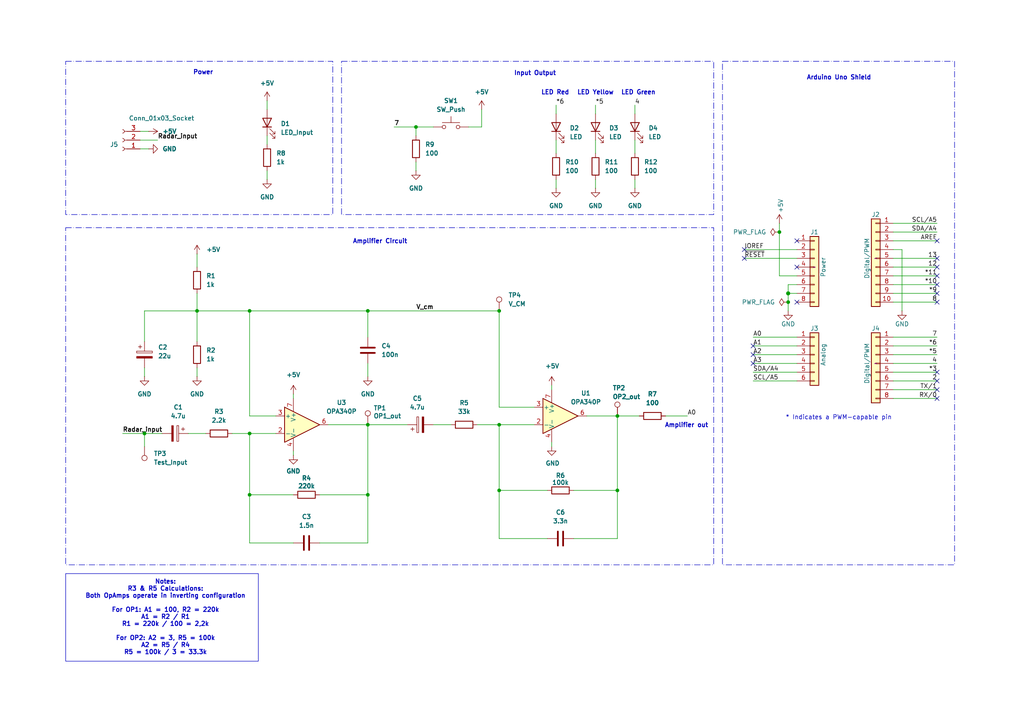
<source format=kicad_sch>
(kicad_sch (version 20250114) (generator "eeschema") (generator_version "9.0")
  (paper "A4")
  (title_block (title "Amplifier: 4th Order Bandpass") (date "2025-04-21") (rev "Rev 0.1") (company "University of Applied Science Darmstadt") (comment 1 "Author: Dheeraj"))
  (lib_symbols
    (symbol "Amplifier_Operational:OPA340P" (pin_names (offset 0.127))
      (property "Reference" "U" (at 0 6.35 0))
      (property "Value" "OPA340P" (at 0 3.81 0))
      (symbol "OPA340P_0_1"
        (polyline (pts (xy -5.08 5.08) (xy 5.08 0) (xy -5.08 -5.08) (xy -5.08 5.08)) (stroke (width 0.254)) (fill (type background)))
      )
      (symbol "OPA340P_1_1"
        (pin input line (at -7.62 2.54 0) (length 2.54) (name "+") (number "3"))
        (pin input line (at -7.62 -2.54 0) (length 2.54) (name "-") (number "2"))
        (pin no_connect line (at -5.08 -2.54 90) (length 2.54) (hide yes) (name "NC") (number "1"))
        (pin power_in line (at -2.54 7.62 270) (length 3.81) (name "V+") (number "7"))
        (pin no_connect line (at -2.54 -2.54 90) (length 2.54) (hide yes) (name "NC") (number "5"))
        (pin power_in line (at -2.54 -7.62 90) (length 3.81) (name "V-") (number "4"))
        (pin no_connect line (at 0 -2.54 90) (length 2.54) (hide yes) (name "NC") (number "8"))
        (pin output line (at 7.62 0 180) (length 2.54) (name "~") (number "6"))
      )
    )
    (symbol "Connector:Conn_01x03_Socket" (pin_names (offset 1.016) (hide yes))
      (property "Reference" "J" (at 0 5.08 0))
      (property "Value" "Conn_01x03_Socket" (at 0 -5.08 0))
      (symbol "Conn_01x03_Socket_1_1"
        (polyline (pts (xy -1.27 2.54) (xy -0.508 2.54)) (stroke (width 0.1524)))
        (polyline (pts (xy -1.27 0) (xy -0.508 0)) (stroke (width 0.1524)))
        (polyline (pts (xy -1.27 -2.54) (xy -0.508 -2.54)) (stroke (width 0.1524)))
        (arc (start 0 2.032) (mid -0.5058 2.54) (end 0 3.048) (stroke (width 0.1524)))
        (arc (start 0 -0.508) (mid -0.5058 0) (end 0 0.508) (stroke (width 0.1524)))
        (arc (start 0 -3.048) (mid -0.5058 -2.54) (end 0 -2.032) (stroke (width 0.1524)))
        (pin passive line (at -5.08 2.54 0) (length 3.81) (name "Pin_1") (number "1"))
        (pin passive line (at -5.08 0 0) (length 3.81) (name "Pin_2") (number "2"))
        (pin passive line (at -5.08 -2.54 0) (length 3.81) (name "Pin_3") (number "3"))
      )
    )
    (symbol "Connector:TestPoint" (pin_numbers (hide yes)) (pin_names (offset 0.762) (hide yes))
      (property "Reference" "TP" (at 0 6.858 0))
      (property "Value" "TestPoint" (at 0 5.08 0))
      (symbol "TestPoint_0_1"
        (circle (center 0 3.302) (radius 0.762))
      )
      (symbol "TestPoint_1_1"
        (pin passive line (at 0 0 90) (length 2.54) (name "1") (number "1"))
      )
    )
    (symbol "Connector_Generic:Conn_01x06" (pin_names (offset 1.016) (hide yes))
      (property "Reference" "J" (at 0 7.62 0))
      (property "Value" "Conn_01x06" (at 0 -10.16 0))
      (symbol "Conn_01x06_1_1"
        (rectangle (start -1.27 6.35) (end 1.27 -8.89) (stroke (width 0.254)) (fill (type background)))
        (rectangle (start -1.27 5.207) (end 0 4.953) (stroke (width 0.1524)))
        (rectangle (start -1.27 2.667) (end 0 2.413) (stroke (width 0.1524)))
        (rectangle (start -1.27 0.127) (end 0 -0.127) (stroke (width 0.1524)))
        (rectangle (start -1.27 -2.413) (end 0 -2.667) (stroke (width 0.1524)))
        (rectangle (start -1.27 -4.953) (end 0 -5.207) (stroke (width 0.1524)))
        (rectangle (start -1.27 -7.493) (end 0 -7.747) (stroke (width 0.1524)))
        (pin passive line (at -5.08 5.08 0) (length 3.81) (name "Pin_1") (number "1"))
        (pin passive line (at -5.08 2.54 0) (length 3.81) (name "Pin_2") (number "2"))
        (pin passive line (at -5.08 0 0) (length 3.81) (name "Pin_3") (number "3"))
        (pin passive line (at -5.08 -2.54 0) (length 3.81) (name "Pin_4") (number "4"))
        (pin passive line (at -5.08 -5.08 0) (length 3.81) (name "Pin_5") (number "5"))
        (pin passive line (at -5.08 -7.62 0) (length 3.81) (name "Pin_6") (number "6"))
      )
    )
    (symbol "Connector_Generic:Conn_01x08" (pin_names (offset 1.016) (hide yes))
      (property "Reference" "J" (at 0 10.16 0))
      (property "Value" "Conn_01x08" (at 0 -12.7 0))
      (symbol "Conn_01x08_1_1"
        (rectangle (start -1.27 8.89) (end 1.27 -11.43) (stroke (width 0.254)) (fill (type background)))
        (rectangle (start -1.27 7.747) (end 0 7.493) (stroke (width 0.1524)))
        (rectangle (start -1.27 5.207) (end 0 4.953) (stroke (width 0.1524)))
        (rectangle (start -1.27 2.667) (end 0 2.413) (stroke (width 0.1524)))
        (rectangle (start -1.27 0.127) (end 0 -0.127) (stroke (width 0.1524)))
        (rectangle (start -1.27 -2.413) (end 0 -2.667) (stroke (width 0.1524)))
        (rectangle (start -1.27 -4.953) (end 0 -5.207) (stroke (width 0.1524)))
        (rectangle (start -1.27 -7.493) (end 0 -7.747) (stroke (width 0.1524)))
        (rectangle (start -1.27 -10.033) (end 0 -10.287) (stroke (width 0.1524)))
        (pin passive line (at -5.08 7.62 0) (length 3.81) (name "Pin_1") (number "1"))
        (pin passive line (at -5.08 5.08 0) (length 3.81) (name "Pin_2") (number "2"))
        (pin passive line (at -5.08 2.54 0) (length 3.81) (name "Pin_3") (number "3"))
        (pin passive line (at -5.08 0 0) (length 3.81) (name "Pin_4") (number "4"))
        (pin passive line (at -5.08 -2.54 0) (length 3.81) (name "Pin_5") (number "5"))
        (pin passive line (at -5.08 -5.08 0) (length 3.81) (name "Pin_6") (number "6"))
        (pin passive line (at -5.08 -7.62 0) (length 3.81) (name "Pin_7") (number "7"))
        (pin passive line (at -5.08 -10.16 0) (length 3.81) (name "Pin_8") (number "8"))
      )
    )
    (symbol "Connector_Generic:Conn_01x10" (pin_names (offset 1.016) (hide yes))
      (property "Reference" "J" (at 0 12.7 0))
      (property "Value" "Conn_01x10" (at 0 -15.24 0))
      (symbol "Conn_01x10_1_1"
        (rectangle (start -1.27 11.43) (end 1.27 -13.97) (stroke (width 0.254)) (fill (type background)))
        (rectangle (start -1.27 10.287) (end 0 10.033) (stroke (width 0.1524)))
        (rectangle (start -1.27 7.747) (end 0 7.493) (stroke (width 0.1524)))
        (rectangle (start -1.27 5.207) (end 0 4.953) (stroke (width 0.1524)))
        (rectangle (start -1.27 2.667) (end 0 2.413) (stroke (width 0.1524)))
        (rectangle (start -1.27 0.127) (end 0 -0.127) (stroke (width 0.1524)))
        (rectangle (start -1.27 -2.413) (end 0 -2.667) (stroke (width 0.1524)))
        (rectangle (start -1.27 -4.953) (end 0 -5.207) (stroke (width 0.1524)))
        (rectangle (start -1.27 -7.493) (end 0 -7.747) (stroke (width 0.1524)))
        (rectangle (start -1.27 -10.033) (end 0 -10.287) (stroke (width 0.1524)))
        (rectangle (start -1.27 -12.573) (end 0 -12.827) (stroke (width 0.1524)))
        (pin passive line (at -5.08 10.16 0) (length 3.81) (name "Pin_1") (number "1"))
        (pin passive line (at -5.08 7.62 0) (length 3.81) (name "Pin_2") (number "2"))
        (pin passive line (at -5.08 5.08 0) (length 3.81) (name "Pin_3") (number "3"))
        (pin passive line (at -5.08 2.54 0) (length 3.81) (name "Pin_4") (number "4"))
        (pin passive line (at -5.08 0 0) (length 3.81) (name "Pin_5") (number "5"))
        (pin passive line (at -5.08 -2.54 0) (length 3.81) (name "Pin_6") (number "6"))
        (pin passive line (at -5.08 -5.08 0) (length 3.81) (name "Pin_7") (number "7"))
        (pin passive line (at -5.08 -7.62 0) (length 3.81) (name "Pin_8") (number "8"))
        (pin passive line (at -5.08 -10.16 0) (length 3.81) (name "Pin_9") (number "9"))
        (pin passive line (at -5.08 -12.7 0) (length 3.81) (name "Pin_10") (number "10"))
      )
    )
    (symbol "Device:C" (pin_numbers (hide yes)) (pin_names (offset 0.254))
      (property "Reference" "C" (at 0.635 2.54 0))
      (property "Value" "C" (at 0.635 -2.54 0))
      (symbol "C_0_1"
        (polyline (pts (xy -2.032 0.762) (xy 2.032 0.762)) (stroke (width 0.508)))
        (polyline (pts (xy -2.032 -0.762) (xy 2.032 -0.762)) (stroke (width 0.508)))
      )
      (symbol "C_1_1"
        (pin passive line (at 0 3.81 270) (length 2.794) (name "~") (number "1"))
        (pin passive line (at 0 -3.81 90) (length 2.794) (name "~") (number "2"))
      )
    )
    (symbol "Device:C_Polarized" (pin_numbers (hide yes)) (pin_names (offset 0.254))
      (property "Reference" "C" (at 0.635 2.54 0))
      (property "Value" "C_Polarized" (at 0.635 -2.54 0))
      (symbol "C_Polarized_0_1"
        (rectangle (start -2.286 0.508) (end 2.286 1.016))
        (polyline (pts (xy -1.778 2.286) (xy -0.762 2.286)))
        (polyline (pts (xy -1.27 2.794) (xy -1.27 1.778)))
        (rectangle (start 2.286 -0.508) (end -2.286 -1.016) (fill (type outline)))
      )
      (symbol "C_Polarized_1_1"
        (pin passive line (at 0 3.81 270) (length 2.794) (name "~") (number "1"))
        (pin passive line (at 0 -3.81 90) (length 2.794) (name "~") (number "2"))
      )
    )
    (symbol "Device:LED" (pin_numbers (hide yes)) (pin_names (offset 1.016) (hide yes))
      (property "Reference" "D" (at 0 2.54 0))
      (property "Value" "LED" (at 0 -2.54 0))
      (symbol "LED_0_1"
        (polyline (pts (xy -3.048 -0.762) (xy -4.572 -2.286) (xy -3.81 -2.286) (xy -4.572 -2.286) (xy -4.572 -1.524)))
        (polyline (pts (xy -1.778 -0.762) (xy -3.302 -2.286) (xy -2.54 -2.286) (xy -3.302 -2.286) (xy -3.302 -1.524)))
        (polyline (pts (xy -1.27 0) (xy 1.27 0)))
        (polyline (pts (xy -1.27 -1.27) (xy -1.27 1.27)) (stroke (width 0.254)))
        (polyline (pts (xy 1.27 -1.27) (xy 1.27 1.27) (xy -1.27 0) (xy 1.27 -1.27)) (stroke (width 0.254)))
      )
      (symbol "LED_1_1"
        (pin passive line (at -3.81 0 0) (length 2.54) (name "K") (number "1"))
        (pin passive line (at 3.81 0 180) (length 2.54) (name "A") (number "2"))
      )
    )
    (symbol "Device:R" (pin_numbers (hide yes)) (pin_names (offset 0))
      (property "Reference" "R" (at 2.032 0 90))
      (property "Value" "R" (at 0 0 90))
      (symbol "R_0_1"
        (rectangle (start -1.016 -2.54) (end 1.016 2.54) (stroke (width 0.254)))
      )
      (symbol "R_1_1"
        (pin passive line (at 0 3.81 270) (length 1.27) (name "~") (number "1"))
        (pin passive line (at 0 -3.81 90) (length 1.27) (name "~") (number "2"))
      )
    )
    (symbol "Switch:SW_Push" (pin_numbers (hide yes)) (pin_names (offset 1.016) (hide yes))
      (property "Reference" "SW" (at 1.27 2.54 0))
      (property "Value" "SW_Push" (at 0 -1.524 0))
      (symbol "SW_Push_0_1"
        (circle (center -2.032 0) (radius 0.508))
        (polyline (pts (xy 0 1.27) (xy 0 3.048)))
        (circle (center 2.032 0) (radius 0.508))
        (polyline (pts (xy 2.54 1.27) (xy -2.54 1.27)))
        (pin passive line (at -5.08 0 0) (length 2.54) (name "1") (number "1"))
        (pin passive line (at 5.08 0 180) (length 2.54) (name "2") (number "2"))
      )
    )
    (symbol "power:+5V" (power) (pin_numbers (hide yes)) (pin_names (offset 0) (hide yes))
      (property "Value" "+5V" (at 0 3.556 0))
      (symbol "+5V_0_1"
        (polyline (pts (xy -0.762 1.27) (xy 0 2.54)))
        (polyline (pts (xy 0 2.54) (xy 0.762 1.27)))
        (polyline (pts (xy 0 0) (xy 0 2.54)))
      )
      (symbol "+5V_1_1"
        (pin power_in line (at 0 0 90) (length 0) (name "~") (number "1"))
      )
    )
    (symbol "power:GND" (power) (pin_numbers (hide yes)) (pin_names (offset 0) (hide yes))
      (property "Value" "GND" (at 0 -3.81 0))
      (symbol "GND_0_1"
        (polyline (pts (xy 0 0) (xy 0 -1.27) (xy 1.27 -1.27) (xy 0 -2.54) (xy -1.27 -1.27) (xy 0 -1.27)))
      )
      (symbol "GND_1_1"
        (pin power_in line (at 0 0 270) (length 0) (name "~") (number "1"))
      )
    )
    (symbol "power:PWR_FLAG" (power) (pin_numbers (hide yes)) (pin_names (offset 0) (hide yes))
      (property "Value" "PWR_FLAG" (at 0 3.81 0))
      (symbol "PWR_FLAG_0_0"
        (pin power_out line (at 0 0 90) (length 0) (name "~") (number "1"))
      )
      (symbol "PWR_FLAG_0_1"
        (polyline (pts (xy 0 0) (xy 0 1.27) (xy -1.016 1.905) (xy 0 2.54) (xy 1.016 1.905) (xy 0 1.27)))
      )
    )
    (symbol "power:VDC" (power) (pin_numbers (hide yes)) (pin_names (offset 0) (hide yes))
      (property "Value" "VDC" (at 0 3.556 0))
      (symbol "VDC_0_1"
        (polyline (pts (xy -0.762 1.27) (xy 0 2.54)))
        (polyline (pts (xy 0 2.54) (xy 0.762 1.27)))
        (polyline (pts (xy 0 0) (xy 0 2.54)))
      )
      (symbol "VDC_1_1"
        (pin power_in line (at 0 0 90) (length 0) (name "~") (number "1"))
      )
    )
  )
  (rectangle (start 19.05 17.78) (end 96.52 62.23) (stroke (width 0) (type dash_dot)))
  (rectangle (start 19.05 66.04) (end 207.01 163.83) (stroke (width 0) (type dash_dot)))
  (rectangle (start 19.05 166.37) (end 74.93 191.77))
  (rectangle (start 99.06 17.78) (end 207.01 62.23) (stroke (width 0) (type dash_dot)))
  (rectangle (start 209.55 17.78) (end 276.86 163.83) (stroke (width 0) (type dash_dot)))
  (text "Amplifier Circuit" (at 110.236 70.104 0) (effects (font (size 1.27 1.27) (thickness 0.254) (bold yes))))
  (text "LED Green" (at 185.166 26.924 0) (effects (font (size 1.27 1.27) (thickness 0.254) (bold yes))))
  (text "Notes:\nR3 & R5 Calculations:\nBoth OpAmps operate in inverting configuration\n\nFor OP1: A1 = 100, R2 = 220k\nA1 = R2 / R1\nR1 = 220k / 100 = 2,2k\n\nFor OP2: A2 = 3, R5 = 100k\nA2 = R5 / R4\nR5 = 100k / 3 = 33.3k" (at 48.006 179.07 0) (effects (font (size 1.27 1.27) (thickness 0.254) (bold yes))))
  (text "LED Red" (at 161.036 26.924 0) (effects (font (size 1.27 1.27) (thickness 0.254) (bold yes))))
  (text "Power" (at 58.928 21.082 0) (effects (font (size 1.27 1.27) (thickness 0.254) (bold yes))))
  (text "Arduino Uno Shield" (at 243.332 22.606 0) (effects (font (size 1.27 1.27) (thickness 0.254) (bold yes))))
  (text "LED Yellow" (at 172.72 26.924 0) (effects (font (size 1.27 1.27) (thickness 0.254) (bold yes))))
  (text "* Indicates a PWM-capable pin" (at 227.838 121.92 0) (effects (font (size 1.27 1.27)) (justify left bottom)))
  (text "Input Output" (at 155.194 21.336 0) (effects (font (size 1.27 1.27) (thickness 0.254) (bold yes))))
  (text "Amplifier out" (at 199.136 123.444 0) (effects (font (size 1.27 1.27) (thickness 0.254) (bold yes))))
  (junction (at 144.78 90.17))
  (junction (at 120.65 36.83))
  (junction (at 228.6 85.09) (diameter 1.016))
  (junction (at 72.39 143.51))
  (junction (at 106.68 123.19))
  (junction (at 179.07 142.24))
  (junction (at 144.78 142.24))
  (junction (at 106.68 143.51))
  (junction (at 57.15 90.17))
  (junction (at 228.6 87.63))
  (junction (at 41.91 125.73))
  (junction (at 226.06 67.31))
  (junction (at 72.39 125.73))
  (junction (at 144.78 123.19))
  (junction (at 72.39 90.17))
  (junction (at 106.68 90.17))
  (junction (at 179.07 120.65))
  (no_connect (at 215.9 74.93))
  (no_connect (at 271.78 115.57))
  (no_connect (at 218.44 102.87))
  (no_connect (at 271.78 74.93))
  (no_connect (at 271.78 87.63))
  (no_connect (at 271.78 113.03))
  (no_connect (at 271.78 85.09))
  (no_connect (at 215.9 72.39))
  (no_connect (at 271.78 80.01))
  (no_connect (at 218.44 105.41))
  (no_connect (at 271.78 107.95))
  (no_connect (at 231.14 77.47))
  (no_connect (at 218.44 100.33))
  (no_connect (at 271.78 82.55))
  (no_connect (at 271.78 69.85))
  (no_connect (at 231.14 69.85))
  (no_connect (at 271.78 110.49))
  (no_connect (at 271.78 77.47))
  (no_connect (at 231.14 87.63))
  (wire (pts (xy 259.08 115.57) (xy 271.78 115.57)))
  (wire (pts (xy 154.94 118.11) (xy 144.78 118.11)))
  (wire (pts (xy 172.72 30.48) (xy 172.72 33.02)))
  (wire (pts (xy 40.64 40.64) (xy 45.72 40.64)))
  (wire (pts (xy 179.07 120.65) (xy 185.42 120.65)))
  (wire (pts (xy 172.72 52.07) (xy 172.72 54.61)))
  (wire (pts (xy 161.29 52.07) (xy 161.29 54.61)))
  (wire (pts (xy 120.65 36.83) (xy 125.73 36.83)))
  (wire (pts (xy 259.08 82.55) (xy 271.78 82.55)))
  (wire (pts (xy 259.08 64.77) (xy 271.78 64.77)))
  (wire (pts (xy 35.56 125.73) (xy 41.91 125.73)))
  (wire (pts (xy 106.68 123.19) (xy 106.68 143.51)))
  (wire (pts (xy 184.15 40.64) (xy 184.15 44.45)))
  (wire (pts (xy 166.37 156.21) (xy 179.07 156.21)))
  (wire (pts (xy 228.6 82.55) (xy 228.6 85.09)))
  (wire (pts (xy 80.01 120.65) (xy 72.39 120.65)))
  (wire (pts (xy 57.15 90.17) (xy 72.39 90.17)))
  (wire (pts (xy 218.44 110.49) (xy 231.14 110.49)))
  (wire (pts (xy 114.3 36.83) (xy 120.65 36.83)))
  (wire (pts (xy 144.78 118.11) (xy 144.78 90.17)))
  (wire (pts (xy 172.72 40.64) (xy 172.72 44.45)))
  (wire (pts (xy 106.68 105.41) (xy 106.68 109.22)))
  (wire (pts (xy 170.18 120.65) (xy 179.07 120.65)))
  (wire (pts (xy 57.15 106.68) (xy 57.15 109.22)))
  (wire (pts (xy 228.6 85.09) (xy 228.6 87.63)))
  (wire (pts (xy 161.29 40.64) (xy 161.29 44.45)))
  (wire (pts (xy 161.29 30.48) (xy 161.29 33.02)))
  (wire (pts (xy 226.06 80.01) (xy 231.14 80.01)))
  (wire (pts (xy 120.65 39.37) (xy 120.65 36.83)))
  (wire (pts (xy 144.78 142.24) (xy 144.78 156.21)))
  (wire (pts (xy 259.08 74.93) (xy 271.78 74.93)))
  (wire (pts (xy 85.09 130.81) (xy 85.09 132.08)))
  (wire (pts (xy 72.39 143.51) (xy 85.09 143.51)))
  (wire (pts (xy 259.08 97.79) (xy 271.78 97.79)))
  (wire (pts (xy 41.91 125.73) (xy 41.91 129.54)))
  (wire (pts (xy 231.14 97.79) (xy 218.44 97.79)))
  (wire (pts (xy 72.39 125.73) (xy 80.01 125.73)))
  (wire (pts (xy 193.04 120.65) (xy 199.39 120.65)))
  (wire (pts (xy 259.08 77.47) (xy 271.78 77.47)))
  (wire (pts (xy 92.71 157.48) (xy 106.68 157.48)))
  (wire (pts (xy 259.08 100.33) (xy 271.78 100.33)))
  (wire (pts (xy 226.06 64.77) (xy 226.06 67.31)))
  (wire (pts (xy 92.71 143.51) (xy 106.68 143.51)))
  (wire (pts (xy 85.09 114.3) (xy 85.09 115.57)))
  (wire (pts (xy 106.68 90.17) (xy 144.78 90.17)))
  (wire (pts (xy 120.65 46.99) (xy 120.65 49.53)))
  (wire (pts (xy 259.08 85.09) (xy 271.78 85.09)))
  (wire (pts (xy 144.78 123.19) (xy 154.94 123.19)))
  (wire (pts (xy 259.08 105.41) (xy 271.78 105.41)))
  (wire (pts (xy 215.9 72.39) (xy 231.14 72.39)))
  (wire (pts (xy 40.64 38.1) (xy 43.18 38.1)))
  (wire (pts (xy 261.62 72.39) (xy 261.62 90.17)))
  (wire (pts (xy 144.78 123.19) (xy 144.78 142.24)))
  (wire (pts (xy 85.09 157.48) (xy 72.39 157.48)))
  (wire (pts (xy 144.78 142.24) (xy 158.75 142.24)))
  (wire (pts (xy 57.15 85.09) (xy 57.15 90.17)))
  (wire (pts (xy 259.08 69.85) (xy 271.78 69.85)))
  (wire (pts (xy 54.61 125.73) (xy 59.69 125.73)))
  (wire (pts (xy 72.39 143.51) (xy 72.39 157.48)))
  (wire (pts (xy 231.14 102.87) (xy 218.44 102.87)))
  (wire (pts (xy 215.9 74.93) (xy 231.14 74.93)))
  (wire (pts (xy 179.07 120.65) (xy 179.07 142.24)))
  (wire (pts (xy 72.39 90.17) (xy 72.39 120.65)))
  (wire (pts (xy 231.14 85.09) (xy 228.6 85.09)))
  (wire (pts (xy 67.31 125.73) (xy 72.39 125.73)))
  (wire (pts (xy 184.15 52.07) (xy 184.15 54.61)))
  (wire (pts (xy 40.64 43.18) (xy 43.18 43.18)))
  (wire (pts (xy 160.02 111.76) (xy 160.02 113.03)))
  (wire (pts (xy 218.44 100.33) (xy 231.14 100.33)))
  (wire (pts (xy 77.47 29.21) (xy 77.47 31.75)))
  (wire (pts (xy 158.75 156.21) (xy 144.78 156.21)))
  (wire (pts (xy 138.43 123.19) (xy 144.78 123.19)))
  (wire (pts (xy 259.08 72.39) (xy 261.62 72.39)))
  (wire (pts (xy 139.7 36.83) (xy 139.7 31.75)))
  (wire (pts (xy 231.14 82.55) (xy 228.6 82.55)))
  (wire (pts (xy 106.68 143.51) (xy 106.68 157.48)))
  (wire (pts (xy 135.89 36.83) (xy 139.7 36.83)))
  (wire (pts (xy 41.91 99.06) (xy 41.91 90.17)))
  (wire (pts (xy 179.07 142.24) (xy 179.07 156.21)))
  (wire (pts (xy 77.47 49.53) (xy 77.47 52.07)))
  (wire (pts (xy 259.08 80.01) (xy 271.78 80.01)))
  (wire (pts (xy 228.6 87.63) (xy 228.6 90.17)))
  (wire (pts (xy 95.25 123.19) (xy 106.68 123.19)))
  (wire (pts (xy 259.08 102.87) (xy 271.78 102.87)))
  (wire (pts (xy 218.44 105.41) (xy 231.14 105.41)))
  (wire (pts (xy 125.73 123.19) (xy 130.81 123.19)))
  (wire (pts (xy 226.06 67.31) (xy 226.06 80.01)))
  (wire (pts (xy 41.91 125.73) (xy 46.99 125.73)))
  (wire (pts (xy 57.15 90.17) (xy 57.15 99.06)))
  (wire (pts (xy 160.02 128.27) (xy 160.02 129.54)))
  (wire (pts (xy 77.47 39.37) (xy 77.47 41.91)))
  (wire (pts (xy 41.91 90.17) (xy 57.15 90.17)))
  (wire (pts (xy 57.15 73.66) (xy 57.15 77.47)))
  (wire (pts (xy 166.37 142.24) (xy 179.07 142.24)))
  (wire (pts (xy 259.08 67.31) (xy 271.78 67.31)))
  (wire (pts (xy 72.39 90.17) (xy 106.68 90.17)))
  (wire (pts (xy 259.08 110.49) (xy 271.78 110.49)))
  (wire (pts (xy 259.08 107.95) (xy 271.78 107.95)))
  (wire (pts (xy 184.15 30.48) (xy 184.15 33.02)))
  (wire (pts (xy 72.39 125.73) (xy 72.39 143.51)))
  (wire (pts (xy 259.08 113.03) (xy 271.78 113.03)))
  (wire (pts (xy 106.68 90.17) (xy 106.68 97.79)))
  (wire (pts (xy 231.14 107.95) (xy 218.44 107.95)))
  (wire (pts (xy 106.68 123.19) (xy 118.11 123.19)))
  (wire (pts (xy 259.08 87.63) (xy 271.78 87.63)))
  (wire (pts (xy 41.91 106.68) (xy 41.91 109.22)))
  (label "RX{slash}0" (at 271.78 115.57 180))
  (label "A2" (at 218.44 102.87 0))
  (label "7" (at 114.3 36.83 0) (effects (font (thickness 0.254) (bold yes))))
  (label "4" (at 271.78 105.41 180))
  (label "Radar_input" (at 45.72 40.64 0) (effects (font (thickness 0.254) (bold yes))))
  (label "2" (at 271.78 110.49 180))
  (label "A3" (at 218.44 105.41 0))
  (label "4" (at 184.15 30.48 0))
  (label "13" (at 271.78 74.93 180))
  (label "12" (at 271.78 77.47 180))
  (label "~{RESET}" (at 215.9 74.93 0))
  (label "V_cm" (at 120.65 90.17 0) (effects (font (thickness 0.254) (bold yes))))
  (label "*10" (at 271.78 82.55 180))
  (label "*6" (at 161.29 30.48 0))
  (label "7" (at 271.78 97.79 180))
  (label "SDA{slash}A4" (at 271.78 67.31 180))
  (label "8" (at 271.78 87.63 180))
  (label "*11" (at 271.78 80.01 180))
  (label "*3" (at 271.78 107.95 180))
  (label "A1" (at 218.44 100.33 0))
  (label "TX{slash}1" (at 271.78 113.03 180))
  (label "A0" (at 218.44 97.79 0))
  (label "AREF" (at 271.78 69.85 180))
  (label "Radar_input" (at 35.56 125.73 0) (effects (font (thickness 0.254) (bold yes))))
  (label "A0" (at 199.39 120.65 0))
  (label "*6" (at 271.78 100.33 180))
  (label "SCL{slash}A5" (at 271.78 64.77 180))
  (label "*9" (at 271.78 85.09 180))
  (label "*5" (at 271.78 102.87 180))
  (label "IOREF" (at 215.9 72.39 0))
  (label "SDA{slash}A4" (at 218.44 107.95 0))
  (label "SCL{slash}A5" (at 218.44 110.49 0))
  (label "*5" (at 172.72 30.48 0))
  (symbol (lib_id "Connector_Generic:Conn_01x08") (at 236.22 77.47 0) (unit 1)
    (property "Reference" "J1" (at 236.22 67.31 0))
    (property "Value" "Power" (at 238.76 77.47 90))
    (property "Footprint" "Connector_PinSocket_2.54mm:PinSocket_1x08_P2.54mm_Vertical" (effects (hide yes)))
    (property "Datasheet" "~" (at 236.22 77.47 0))
    (property "Description" "Generic connector, single row, 01x08, script generated (kicad-library-utils/schlib/autogen/connector/)" (effects (hide yes)))
  )
  (symbol (lib_id "power:+5V") (at 226.06 64.77 0) (unit 1)
    (property "Reference" "#PWR02" (effects (hide yes)))
    (property "Value" "+5V" (at 226.4156 61.722 90) (effects (justify left)))
    (property "Description" "Power symbol creates a global label with name \"+5V\"" (effects (hide yes)))
  )
  (symbol (lib_id "power:GND") (at 228.6 90.17 0) (unit 1)
    (property "Reference" "#PWR04" (effects (hide yes)))
    (property "Value" "GND" (at 228.6 93.98 0))
    (property "Description" "Power symbol creates a global label with name \"GND\" , ground" (effects (hide yes)))
  )
  (symbol (lib_id "Connector_Generic:Conn_01x10") (at 254 74.93 0) (mirror y) (unit 1)
    (property "Reference" "J2" (at 254 62.23 0))
    (property "Value" "Digital/PWM" (at 251.46 74.93 90))
    (property "Footprint" "Connector_PinSocket_2.54mm:PinSocket_1x10_P2.54mm_Vertical" (effects (hide yes)))
    (property "Datasheet" "~" (at 254 74.93 0))
    (property "Description" "Generic connector, single row, 01x10, script generated (kicad-library-utils/schlib/autogen/connector/)" (effects (hide yes)))
  )
  (symbol (lib_id "power:GND") (at 261.62 90.17 0) (unit 1)
    (property "Reference" "#PWR05" (effects (hide yes)))
    (property "Value" "GND" (at 261.62 93.98 0))
    (property "Description" "Power symbol creates a global label with name \"GND\" , ground" (effects (hide yes)))
  )
  (symbol (lib_id "Connector_Generic:Conn_01x06") (at 236.22 102.87 0) (unit 1)
    (property "Reference" "J3" (at 236.22 95.25 0))
    (property "Value" "Analog" (at 238.76 102.87 90))
    (property "Footprint" "Connector_PinSocket_2.54mm:PinSocket_1x06_P2.54mm_Vertical" (effects (hide yes)))
    (property "Description" "Generic connector, single row, 01x06, script generated (kicad-library-utils/schlib/autogen/connector/)" (effects (hide yes)))
  )
  (symbol (lib_id "Connector_Generic:Conn_01x08") (at 254 105.41 0) (mirror y) (unit 1)
    (property "Reference" "J4" (at 254 95.25 0))
    (property "Value" "Digital/PWM" (at 251.46 105.41 90))
    (property "Footprint" "Connector_PinSocket_2.54mm:PinSocket_1x08_P2.54mm_Vertical" (effects (hide yes)))
    (property "Datasheet" "~" (at 254 105.41 0))
    (property "Description" "Generic connector, single row, 01x08, script generated (kicad-library-utils/schlib/autogen/connector/)" (effects (hide yes)))
  )
  (symbol (lib_id "Device:R") (at 57.15 102.87 0) (unit 1)
    (property "Reference" "R2" (at 59.69 101.5999 0) (effects (font (thickness 0.254) (bold yes)) (justify left)))
    (property "Value" "1k" (at 59.69 104.1399 0) (effects (font (thickness 0.254) (bold yes)) (justify left)))
    (property "Footprint" "Resistor_THT:R_Axial_DIN0207_L6.3mm_D2.5mm_P10.16mm_Horizontal" (effects (hide yes)))
    (property "Description" "Resistor" (effects (hide yes)))
  )
  (symbol (lib_id "Device:R") (at 88.9 143.51 90) (unit 1)
    (property "Reference" "R4" (at 88.9 138.684 90) (effects (font (thickness 0.254) (bold yes))))
    (property "Value" "220k" (at 88.9 140.97 90) (effects (font (thickness 0.254) (bold yes))))
    (property "Footprint" "Resistor_THT:R_Axial_DIN0207_L6.3mm_D2.5mm_P10.16mm_Horizontal" (effects (hide yes)))
    (property "Description" "Resistor" (effects (hide yes)))
  )
  (symbol (lib_id "Device:R") (at 172.72 48.26 0) (unit 1)
    (property "Reference" "R11" (at 175.26 46.9899 0) (effects (font (thickness 0.254) (bold yes)) (justify left)))
    (property "Value" "100" (at 175.26 49.5299 0) (effects (font (thickness 0.254) (bold yes)) (justify left)))
    (property "Footprint" "Resistor_THT:R_Axial_DIN0207_L6.3mm_D2.5mm_P10.16mm_Horizontal" (effects (hide yes)))
    (property "Description" "Resistor" (effects (hide yes)))
  )
  (symbol (lib_id "Device:C") (at 106.68 101.6 0) (unit 1)
    (property "Reference" "C4" (at 110.49 100.3299 0) (effects (font (thickness 0.254) (bold yes)) (justify left)))
    (property "Value" "100n" (at 110.49 102.8699 0) (effects (font (thickness 0.254) (bold yes)) (justify left)))
    (property "Footprint" "Capacitor_THT:C_Rect_L7.2mm_W2.5mm_P5.00mm_FKS2_FKP2_MKS2_MKP2" (effects (hide yes)))
    (property "Description" "Unpolarized capacitor" (effects (hide yes)))
  )
  (symbol (lib_id "power:GND") (at 172.72 54.61 0) (unit 1)
    (property "Reference" "#PWR019" (effects (hide yes)))
    (property "Value" "GND" (at 172.72 59.69 0) (effects (font (thickness 0.254) (bold yes))))
    (property "Description" "Power symbol creates a global label with name \"GND\" , ground" (effects (hide yes)))
  )
  (symbol (lib_id "power:VDC") (at 85.09 114.3 0) (unit 1)
    (property "Reference" "#PWR013" (effects (hide yes)))
    (property "Value" "+5V" (at 85.09 108.712 0) (effects (font (thickness 0.254) (bold yes))))
    (property "Description" "Power symbol creates a global label with name \"VDC\"" (effects (hide yes)))
  )
  (symbol (lib_id "Device:LED") (at 161.29 36.83 90) (unit 1)
    (property "Reference" "D2" (at 165.1 37.1474 90) (effects (font (thickness 0.254) (bold yes)) (justify right)))
    (property "Value" "LED" (at 165.1 39.6874 90) (effects (font (thickness 0.254) (bold yes)) (justify right)))
    (property "Footprint" "LED_THT:LED_D5.0mm" (effects (hide yes)))
    (property "Description" "Light emitting diode" (effects (hide yes)))
    (property "Sim.Pins" "1=K 2=A" (effects (hide yes)))
  )
  (symbol (lib_id "Amplifier_Operational:OPA340P") (at 87.63 123.19 0) (unit 1)
    (property "Reference" "U3" (at 99.06 116.7698 0) (effects (font (thickness 0.254) (bold yes))))
    (property "Value" "OPA340P" (at 99.06 119.3098 0) (effects (font (thickness 0.254) (bold yes))))
    (property "Footprint" "Package_DIP:DIP-8_W7.62mm" (effects (hide yes)))
    (property "Datasheet" "http://www.ti.com/lit/ds/symlink/opa340.pdf" (effects (hide yes)))
    (property "Description" "Single Single-Supply, Rail-to-Rail Operational Amplifier, MicroAmplifier Series, DIP-8" (effects (hide yes)))
  )
  (symbol (lib_id "Connector:TestPoint") (at 179.07 120.65 0) (unit 1)
    (property "Reference" "TP2" (at 177.546 112.522 0) (effects (font (thickness 0.254) (bold yes)) (justify left)))
    (property "Value" "OP2_out" (at 177.546 115.062 0) (effects (font (thickness 0.254) (bold yes)) (justify left)))
    (property "Footprint" "Connector_PinHeader_2.54mm:PinHeader_1x01_P2.54mm_Vertical" (effects (hide yes)))
    (property "Description" "test point" (effects (hide yes)))
  )
  (symbol (lib_id "Connector:TestPoint") (at 106.68 123.19 0) (unit 1)
    (property "Reference" "TP1" (at 108.204 118.364 0) (effects (font (thickness 0.254) (bold yes)) (justify left)))
    (property "Value" "OP1_out" (at 108.204 120.65 0) (effects (font (thickness 0.254) (bold yes)) (justify left)))
    (property "Footprint" "Connector_PinHeader_2.54mm:PinHeader_1x01_P2.54mm_Vertical" (effects (hide yes)))
    (property "Description" "test point" (effects (hide yes)))
  )
  (symbol (lib_id "Device:C_Polarized") (at 50.8 125.73 270) (unit 1)
    (property "Reference" "C1" (at 51.689 118.11 90) (effects (font (thickness 0.254) (bold yes))))
    (property "Value" "4.7u" (at 51.689 120.65 90) (effects (font (thickness 0.254) (bold yes))))
    (property "Footprint" "Capacitor_THT:CP_Radial_D6.3mm_P2.50mm" (effects (hide yes)))
    (property "Description" "Polarized capacitor" (effects (hide yes)))
  )
  (symbol (lib_id "Device:C_Polarized") (at 41.91 102.87 0) (unit 1)
    (property "Reference" "C2" (at 45.72 100.7109 0) (effects (font (thickness 0.254) (bold yes)) (justify left)))
    (property "Value" "22u" (at 45.72 103.2509 0) (effects (font (thickness 0.254) (bold yes)) (justify left)))
    (property "Footprint" "Capacitor_THT:CP_Radial_D5.0mm_P2.00mm" (effects (hide yes)))
    (property "Description" "Polarized capacitor" (effects (hide yes)))
  )
  (symbol (lib_id "Switch:SW_Push") (at 130.81 36.83 0) (unit 1)
    (property "Reference" "SW1" (at 130.81 29.21 0) (effects (font (thickness 0.254) (bold yes))))
    (property "Value" "SW_Push" (at 130.81 31.75 0) (effects (font (thickness 0.254) (bold yes))))
    (property "Footprint" "Button_Switch_THT:SW_PUSH_6mm" (effects (hide yes)))
    (property "Description" "Push button switch, generic, two pins" (effects (hide yes)))
  )
  (symbol (lib_id "Device:R") (at 161.29 48.26 0) (unit 1)
    (property "Reference" "R10" (at 163.83 46.9899 0) (effects (font (thickness 0.254) (bold yes)) (justify left)))
    (property "Value" "100" (at 163.83 49.5299 0) (effects (font (thickness 0.254) (bold yes)) (justify left)))
    (property "Footprint" "Resistor_THT:R_Axial_DIN0207_L6.3mm_D2.5mm_P10.16mm_Horizontal" (effects (hide yes)))
    (property "Description" "Resistor" (effects (hide yes)))
  )
  (symbol (lib_id "Device:R") (at 184.15 48.26 0) (unit 1)
    (property "Reference" "R12" (at 186.69 46.9899 0) (effects (font (thickness 0.254) (bold yes)) (justify left)))
    (property "Value" "100" (at 186.69 49.5299 0) (effects (font (thickness 0.254) (bold yes)) (justify left)))
    (property "Footprint" "Resistor_THT:R_Axial_DIN0207_L6.3mm_D2.5mm_P10.16mm_Horizontal" (effects (hide yes)))
    (property "Description" "Resistor" (effects (hide yes)))
  )
  (symbol (lib_id "power:GND") (at 41.91 109.22 0) (unit 1)
    (property "Reference" "#PWR06" (effects (hide yes)))
    (property "Value" "GND" (at 41.91 114.3 0) (effects (font (thickness 0.254) (bold yes))))
    (property "Description" "Power symbol creates a global label with name \"GND\" , ground" (effects (hide yes)))
  )
  (symbol (lib_id "Connector:TestPoint") (at 144.78 90.17 0) (unit 1)
    (property "Reference" "TP4" (at 147.32 85.5979 0) (effects (font (thickness 0.254) (bold yes)) (justify left)))
    (property "Value" "V_CM" (at 147.32 88.1379 0) (effects (font (thickness 0.254) (bold yes)) (justify left)))
    (property "Footprint" "Connector_PinHeader_2.54mm:PinHeader_1x01_P2.54mm_Vertical" (effects (hide yes)))
    (property "Description" "test point" (effects (hide yes)))
  )
  (symbol (lib_id "Device:LED") (at 172.72 36.83 90) (unit 1)
    (property "Reference" "D3" (at 176.53 37.1474 90) (effects (font (thickness 0.254) (bold yes)) (justify right)))
    (property "Value" "LED" (at 176.53 39.6874 90) (effects (font (thickness 0.254) (bold yes)) (justify right)))
    (property "Footprint" "LED_THT:LED_D5.0mm" (effects (hide yes)))
    (property "Description" "Light emitting diode" (effects (hide yes)))
    (property "Sim.Pins" "1=K 2=A" (effects (hide yes)))
  )
  (symbol (lib_id "Device:R") (at 120.65 43.18 0) (unit 1)
    (property "Reference" "R9" (at 123.19 41.9099 0) (effects (font (thickness 0.254) (bold yes)) (justify left)))
    (property "Value" "100" (at 123.19 44.4499 0) (effects (font (thickness 0.254) (bold yes)) (justify left)))
    (property "Footprint" "Resistor_THT:R_Axial_DIN0207_L6.3mm_D2.5mm_P10.16mm_Horizontal" (effects (hide yes)))
    (property "Description" "Resistor" (effects (hide yes)))
  )
  (symbol (lib_id "power:GND") (at 161.29 54.61 0) (unit 1)
    (property "Reference" "#PWR018" (effects (hide yes)))
    (property "Value" "GND" (at 161.29 59.69 0) (effects (font (thickness 0.254) (bold yes))))
    (property "Description" "Power symbol creates a global label with name \"GND\" , ground" (effects (hide yes)))
  )
  (symbol (lib_id "Device:R") (at 57.15 81.28 0) (unit 1)
    (property "Reference" "R1" (at 59.69 80.0099 0) (effects (font (thickness 0.254) (bold yes)) (justify left)))
    (property "Value" "1k" (at 59.69 82.5499 0) (effects (font (thickness 0.254) (bold yes)) (justify left)))
    (property "Footprint" "Resistor_THT:R_Axial_DIN0207_L6.3mm_D2.5mm_P10.16mm_Horizontal" (effects (hide yes)))
    (property "Description" "Resistor" (effects (hide yes)))
  )
  (symbol (lib_id "Connector:Conn_01x03_Socket") (at 35.56 40.64 180) (unit 1)
    (property "Reference" "J5" (at 34.29 41.9101 0) (effects (justify left)))
    (property "Value" "Conn_01x03_Socket" (at 56.388 34.29 0) (effects (justify left)))
    (property "Footprint" "Connector_PinSocket_2.54mm:PinSocket_1x03_P2.54mm_Horizontal" (effects (hide yes)))
    (property "Description" "Generic connector, single row, 01x03, script generated" (effects (hide yes)))
  )
  (symbol (lib_id "Device:R") (at 77.47 45.72 0) (unit 1)
    (property "Reference" "R8" (at 80.01 44.4499 0) (effects (font (thickness 0.254) (bold yes)) (justify left)))
    (property "Value" "1k" (at 80.01 46.9899 0) (effects (font (thickness 0.254) (bold yes)) (justify left)))
    (property "Footprint" "Resistor_THT:R_Axial_DIN0207_L6.3mm_D2.5mm_P10.16mm_Horizontal" (effects (hide yes)))
    (property "Description" "Resistor" (effects (hide yes)))
  )
  (symbol (lib_id "Device:C") (at 88.9 157.48 90) (unit 1)
    (property "Reference" "C3" (at 88.9 149.86 90) (effects (font (thickness 0.254) (bold yes))))
    (property "Value" "1.5n" (at 88.9 152.4 90) (effects (font (thickness 0.254) (bold yes))))
    (property "Footprint" "Capacitor_THT:C_Rect_L7.2mm_W7.2mm_P5.00mm_FKS2_FKP2_MKS2_MKP2" (effects (hide yes)))
    (property "Description" "Unpolarized capacitor" (effects (hide yes)))
  )
  (symbol (lib_id "power:GND") (at 106.68 109.22 0) (unit 1)
    (property "Reference" "#PWR015" (effects (hide yes)))
    (property "Value" "GND" (at 106.68 114.3 0) (effects (font (thickness 0.254) (bold yes))))
    (property "Description" "Power symbol creates a global label with name \"GND\" , ground" (effects (hide yes)))
  )
  (symbol (lib_id "power:GND") (at 43.18 43.18 90) (unit 1)
    (property "Reference" "#PWR010" (effects (hide yes)))
    (property "Value" "GND" (at 46.99 43.18 90) (effects (font (thickness 0.254) (bold yes)) (justify right)))
    (property "Description" "Power symbol creates a global label with name \"GND\" , ground" (effects (hide yes)))
  )
  (symbol (lib_id "power:VDC") (at 57.15 73.66 0) (unit 1)
    (property "Reference" "#PWR07" (effects (hide yes)))
    (property "Value" "+5V" (at 59.69 72.39 0) (effects (font (thickness 0.254) (bold yes)) (justify left)))
    (property "Description" "Power symbol creates a global label with name \"VDC\"" (effects (hide yes)))
  )
  (symbol (lib_id "Device:R") (at 162.56 142.24 90) (unit 1)
    (property "Reference" "R6" (at 162.56 137.922 90) (effects (font (thickness 0.254) (bold yes))))
    (property "Value" "100k" (at 162.56 139.954 90) (effects (font (thickness 0.254) (bold yes))))
    (property "Footprint" "Resistor_THT:R_Axial_DIN0207_L6.3mm_D2.5mm_P10.16mm_Horizontal" (effects (hide yes)))
    (property "Description" "Resistor" (effects (hide yes)))
  )
  (symbol (lib_id "power:GND") (at 160.02 129.54 0) (unit 1)
    (property "Reference" "#PWR021" (effects (hide yes)))
    (property "Value" "GND" (at 160.274 134.366 0) (effects (font (thickness 0.254) (bold yes))))
    (property "Description" "Power symbol creates a global label with name \"GND\" , ground" (effects (hide yes)))
  )
  (symbol (lib_id "Device:LED") (at 184.15 36.83 90) (unit 1)
    (property "Reference" "D4" (at 187.96 37.1474 90) (effects (font (thickness 0.254) (bold yes)) (justify right)))
    (property "Value" "LED" (at 187.96 39.6874 90) (effects (font (thickness 0.254) (bold yes)) (justify right)))
    (property "Footprint" "LED_THT:LED_D5.0mm" (effects (hide yes)))
    (property "Description" "Light emitting diode" (effects (hide yes)))
    (property "Sim.Pins" "1=K 2=A" (effects (hide yes)))
  )
  (symbol (lib_id "Connector:TestPoint") (at 41.91 129.54 180) (unit 1)
    (property "Reference" "TP3" (at 44.45 131.5719 0) (effects (font (thickness 0.254) (bold yes)) (justify right)))
    (property "Value" "Test_Input" (at 44.45 134.1119 0) (effects (font (thickness 0.254) (bold yes)) (justify right)))
    (property "Footprint" "Connector_PinHeader_2.54mm:PinHeader_1x01_P2.54mm_Vertical" (effects (hide yes)))
    (property "Description" "test point" (effects (hide yes)))
  )
  (symbol (lib_id "power:GND") (at 77.47 52.07 0) (unit 1)
    (property "Reference" "#PWR012" (effects (hide yes)))
    (property "Value" "GND" (at 77.47 57.15 0) (effects (font (thickness 0.254) (bold yes))))
    (property "Description" "Power symbol creates a global label with name \"GND\" , ground" (effects (hide yes)))
  )
  (symbol (lib_id "power:VDC") (at 43.18 38.1 270) (unit 1)
    (property "Reference" "#PWR09" (effects (hide yes)))
    (property "Value" "+5V" (at 46.99 38.1 90) (effects (font (thickness 0.254) (bold yes)) (justify left)))
    (property "Description" "Power symbol creates a global label with name \"VDC\"" (effects (hide yes)))
  )
  (symbol (lib_id "power:GND") (at 57.15 109.22 0) (unit 1)
    (property "Reference" "#PWR08" (effects (hide yes)))
    (property "Value" "GND" (at 57.15 114.3 0) (effects (font (thickness 0.254) (bold yes))))
    (property "Description" "Power symbol creates a global label with name \"GND\" , ground" (effects (hide yes)))
  )
  (symbol (lib_id "Device:C") (at 162.56 156.21 90) (unit 1)
    (property "Reference" "C6" (at 162.56 148.59 90) (effects (font (thickness 0.254) (bold yes))))
    (property "Value" "3.3n" (at 162.56 151.13 90) (effects (font (thickness 0.254) (bold yes))))
    (property "Footprint" "Capacitor_THT:C_Rect_L7.2mm_W7.2mm_P5.00mm_FKS2_FKP2_MKS2_MKP2" (effects (hide yes)))
    (property "Description" "Unpolarized capacitor" (effects (hide yes)))
  )
  (symbol (lib_id "power:PWR_FLAG") (at 226.06 67.31 90) (unit 1)
    (property "Reference" "#FLG03" (effects (hide yes)))
    (property "Value" "PWR_FLAG" (at 222.25 67.3099 90) (effects (justify left)))
    (property "Description" "Special symbol for telling ERC where power comes from" (effects (hide yes)))
  )
  (symbol (lib_id "power:GND") (at 120.65 49.53 0) (unit 1)
    (property "Reference" "#PWR016" (effects (hide yes)))
    (property "Value" "GND" (at 120.65 54.61 0) (effects (font (thickness 0.254) (bold yes))))
    (property "Description" "Power symbol creates a global label with name \"GND\" , ground" (effects (hide yes)))
  )
  (symbol (lib_id "Device:R") (at 63.5 125.73 90) (unit 1)
    (property "Reference" "R3" (at 63.5 119.38 90) (effects (font (thickness 0.254) (bold yes))))
    (property "Value" "2.2k" (at 63.5 121.92 90) (effects (font (thickness 0.254) (bold yes))))
    (property "Footprint" "Resistor_THT:R_Axial_DIN0207_L6.3mm_D2.5mm_P10.16mm_Horizontal" (effects (hide yes)))
    (property "Description" "Resistor" (effects (hide yes)))
  )
  (symbol (lib_id "power:GND") (at 184.15 54.61 0) (unit 1)
    (property "Reference" "#PWR022" (effects (hide yes)))
    (property "Value" "GND" (at 184.15 59.69 0) (effects (font (thickness 0.254) (bold yes))))
    (property "Description" "Power symbol creates a global label with name \"GND\" , ground" (effects (hide yes)))
  )
  (symbol (lib_id "power:PWR_FLAG") (at 228.6 87.63 90) (unit 1)
    (property "Reference" "#FLG01" (effects (hide yes)))
    (property "Value" "PWR_FLAG" (at 224.79 87.6299 90) (effects (justify left)))
    (property "Description" "Special symbol for telling ERC where power comes from" (effects (hide yes)))
  )
  (symbol (lib_id "Device:R") (at 189.23 120.65 90) (unit 1)
    (property "Reference" "R7" (at 189.23 114.3 90) (effects (font (thickness 0.254) (bold yes))))
    (property "Value" "100" (at 189.23 116.84 90) (effects (font (thickness 0.254) (bold yes))))
    (property "Footprint" "Resistor_THT:R_Axial_DIN0207_L6.3mm_D2.5mm_P10.16mm_Horizontal" (effects (hide yes)))
    (property "Description" "Resistor" (effects (hide yes)))
  )
  (symbol (lib_id "Device:LED") (at 77.47 35.56 90) (unit 1)
    (property "Reference" "D1" (at 81.28 35.8775 90) (effects (font (thickness 0.254) (bold yes)) (justify right)))
    (property "Value" "LED_Input" (at 81.28 38.4175 90) (effects (font (thickness 0.254) (bold yes)) (justify right)))
    (property "Footprint" "LED_THT:LED_D5.0mm" (effects (hide yes)))
    (property "Description" "Light emitting diode" (effects (hide yes)))
    (property "Sim.Pins" "1=K 2=A" (effects (hide yes)))
  )
  (symbol (lib_id "power:VDC") (at 139.7 31.75 0) (unit 1)
    (property "Reference" "#PWR017" (effects (hide yes)))
    (property "Value" "+5V" (at 139.7 26.67 0) (effects (font (thickness 0.254) (bold yes))))
    (property "Description" "Power symbol creates a global label with name \"VDC\"" (effects (hide yes)))
  )
  (symbol (lib_id "power:GND") (at 85.09 132.08 0) (unit 1)
    (property "Reference" "#PWR014" (effects (hide yes)))
    (property "Value" "GND" (at 85.09 136.652 0) (effects (font (thickness 0.254) (bold yes))))
    (property "Description" "Power symbol creates a global label with name \"GND\" , ground" (effects (hide yes)))
  )
  (symbol (lib_id "power:VDC") (at 160.02 111.76 0) (unit 1)
    (property "Reference" "#PWR020" (effects (hide yes)))
    (property "Value" "+5V" (at 157.988 106.172 0) (effects (font (thickness 0.254) (bold yes)) (justify left)))
    (property "Description" "Power symbol creates a global label with name \"VDC\"" (effects (hide yes)))
  )
  (symbol (lib_id "Device:R") (at 134.62 123.19 90) (unit 1)
    (property "Reference" "R5" (at 134.62 116.84 90) (effects (font (thickness 0.254) (bold yes))))
    (property "Value" "33k" (at 134.62 119.38 90) (effects (font (thickness 0.254) (bold yes))))
    (property "Footprint" "Resistor_THT:R_Axial_DIN0207_L6.3mm_D2.5mm_P10.16mm_Horizontal" (effects (hide yes)))
    (property "Description" "Resistor" (effects (hide yes)))
  )
  (symbol (lib_id "Device:C_Polarized") (at 121.92 123.19 90) (unit 1)
    (property "Reference" "C5" (at 121.031 115.57 90) (effects (font (thickness 0.254) (bold yes))))
    (property "Value" "4.7u" (at 121.031 118.11 90) (effects (font (thickness 0.254) (bold yes))))
    (property "Footprint" "Capacitor_THT:CP_Radial_D6.3mm_P2.50mm" (effects (hide yes)))
    (property "Description" "Polarized capacitor" (effects (hide yes)))
  )
  (symbol (lib_id "power:VDC") (at 77.47 29.21 0) (unit 1)
    (property "Reference" "#PWR011" (effects (hide yes)))
    (property "Value" "+5V" (at 77.47 24.13 0) (effects (font (thickness 0.254) (bold yes))))
    (property "Description" "Power symbol creates a global label with name \"VDC\"" (effects (hide yes)))
  )
  (symbol (lib_id "Amplifier_Operational:OPA340P") (at 162.56 120.65 0) (unit 1)
    (property "Reference" "U1" (at 169.926 114.046 0) (effects (font (thickness 0.254) (bold yes))))
    (property "Value" "OPA340P" (at 169.926 116.586 0) (effects (font (thickness 0.254) (bold yes))))
    (property "Footprint" "Package_DIP:DIP-8_W7.62mm" (effects (hide yes)))
    (property "Datasheet" "http://www.ti.com/lit/ds/symlink/opa340.pdf" (effects (hide yes)))
    (property "Description" "Single Single-Supply, Rail-to-Rail Operational Amplifier, MicroAmplifier Series, DIP-8" (effects (hide yes)))
  )
)
</source>
